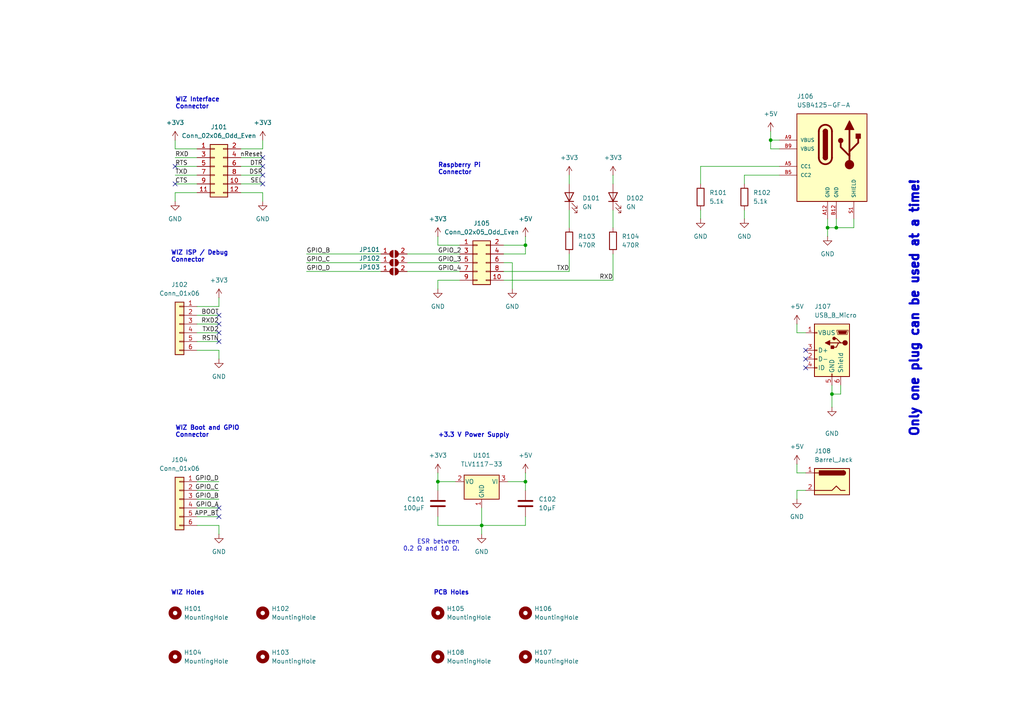
<source format=kicad_sch>
(kicad_sch (version 20231120) (generator "eeschema") (generator_version "8.0")
  (paper "A4")
  (title_block (title "Raspberry Pi UART to Ethernet Adapter") (date "2024-03-03") (rev "A") (company "ElektroNik Zoller") (comment 1 "Nikolai Zoller") (comment 4 "CERN-OHL-P"))
  (lib_symbols
    (symbol "Connector:Barrel_Jack" (pin_names (offset 1.016))
      (property "Reference" "J" (at 0 5.334 0))
      (property "Value" "Barrel_Jack" (at 0 -5.08 0))
      (symbol "Barrel_Jack_0_1"
        (rectangle (start -5.08 3.81) (end 5.08 -3.81) (stroke (width 0.254)) (fill (type background)))
        (arc (start -3.302 3.175) (mid -3.9343 2.54) (end -3.302 1.905) (stroke (width 0.254)))
        (arc (start -3.302 3.175) (mid -3.9343 2.54) (end -3.302 1.905) (stroke (width 0.254)) (fill (type outline)))
        (polyline (pts (xy 5.08 2.54) (xy 3.81 2.54)) (stroke (width 0.254)))
        (polyline (pts (xy -3.81 -2.54) (xy -2.54 -2.54) (xy -1.27 -1.27) (xy 0 -2.54) (xy 2.54 -2.54) (xy 5.08 -2.54)) (stroke (width 0.254)))
        (rectangle (start 3.683 3.175) (end -3.302 1.905) (stroke (width 0.254)) (fill (type outline)))
      )
      (symbol "Barrel_Jack_1_1"
        (pin passive line (at 7.62 2.54 180) (length 2.54) (name "~") (number "1"))
        (pin passive line (at 7.62 -2.54 180) (length 2.54) (name "~") (number "2"))
      )
    )
    (symbol "Connector:USB_B_Micro" (pin_names (offset 1.016))
      (property "Reference" "J" (at -5.08 11.43 0))
      (property "Value" "USB_B_Micro" (at -5.08 8.89 0))
      (symbol "USB_B_Micro_0_1"
        (rectangle (start -5.08 -7.62) (end 5.08 7.62) (stroke (width 0.254)) (fill (type background)))
        (circle (center -3.81 2.159) (radius 0.635) (stroke (width 0.254)) (fill (type outline)))
        (circle (center -0.635 3.429) (radius 0.381) (stroke (width 0.254)) (fill (type outline)))
        (rectangle (start -0.127 -7.62) (end 0.127 -6.858))
        (polyline (pts (xy -1.905 2.159) (xy 0.635 2.159)) (stroke (width 0.254)))
        (polyline (pts (xy -3.175 2.159) (xy -2.54 2.159) (xy -1.27 3.429) (xy -0.635 3.429)) (stroke (width 0.254)))
        (polyline (pts (xy -2.54 2.159) (xy -1.905 2.159) (xy -1.27 0.889) (xy 0 0.889)) (stroke (width 0.254)))
        (polyline (pts (xy 0.635 2.794) (xy 0.635 1.524) (xy 1.905 2.159) (xy 0.635 2.794)) (stroke (width 0.254)) (fill (type outline)))
        (polyline (pts (xy -4.318 5.588) (xy -1.778 5.588) (xy -2.032 4.826) (xy -4.064 4.826) (xy -4.318 5.588)) (fill (type outline)))
        (polyline (pts (xy -4.699 5.842) (xy -4.699 5.588) (xy -4.445 4.826) (xy -4.445 4.572) (xy -1.651 4.572) (xy -1.651 4.826) (xy -1.397 5.588) (xy -1.397 5.842) (xy -4.699 5.842)))
        (rectangle (start 0.254 1.27) (end -0.508 0.508) (stroke (width 0.254)) (fill (type outline)))
        (rectangle (start 5.08 -5.207) (end 4.318 -4.953))
        (rectangle (start 5.08 -2.667) (end 4.318 -2.413))
        (rectangle (start 5.08 -0.127) (end 4.318 0.127))
        (rectangle (start 5.08 4.953) (end 4.318 5.207))
      )
      (symbol "USB_B_Micro_1_1"
        (pin power_out line (at 7.62 5.08 180) (length 2.54) (name "VBUS") (number "1"))
        (pin bidirectional line (at 7.62 -2.54 180) (length 2.54) (name "D-") (number "2"))
        (pin bidirectional line (at 7.62 0 180) (length 2.54) (name "D+") (number "3"))
        (pin passive line (at 7.62 -5.08 180) (length 2.54) (name "ID") (number "4"))
        (pin power_out line (at 0 -10.16 90) (length 2.54) (name "GND") (number "5"))
        (pin passive line (at -2.54 -10.16 90) (length 2.54) (name "Shield") (number "6"))
      )
    )
    (symbol "Connector_Generic:Conn_01x06" (pin_names (offset 1.016) hide)
      (property "Reference" "J" (at 0 7.62 0))
      (property "Value" "Conn_01x06" (at 0 -10.16 0))
      (symbol "Conn_01x06_1_1"
        (rectangle (start -1.27 -7.493) (end 0 -7.747) (stroke (width 0.1524)))
        (rectangle (start -1.27 -4.953) (end 0 -5.207) (stroke (width 0.1524)))
        (rectangle (start -1.27 -2.413) (end 0 -2.667) (stroke (width 0.1524)))
        (rectangle (start -1.27 0.127) (end 0 -0.127) (stroke (width 0.1524)))
        (rectangle (start -1.27 2.667) (end 0 2.413) (stroke (width 0.1524)))
        (rectangle (start -1.27 5.207) (end 0 4.953) (stroke (width 0.1524)))
        (rectangle (start -1.27 6.35) (end 1.27 -8.89) (stroke (width 0.254)) (fill (type background)))
        (pin passive line (at -5.08 5.08 0) (length 3.81) (name "Pin_1") (number "1"))
        (pin passive line (at -5.08 2.54 0) (length 3.81) (name "Pin_2") (number "2"))
        (pin passive line (at -5.08 0 0) (length 3.81) (name "Pin_3") (number "3"))
        (pin passive line (at -5.08 -2.54 0) (length 3.81) (name "Pin_4") (number "4"))
        (pin passive line (at -5.08 -5.08 0) (length 3.81) (name "Pin_5") (number "5"))
        (pin passive line (at -5.08 -7.62 0) (length 3.81) (name "Pin_6") (number "6"))
      )
    )
    (symbol "Connector_Generic:Conn_02x05_Odd_Even" (pin_names (offset 1.016) hide)
      (property "Reference" "J" (at 1.27 7.62 0))
      (property "Value" "Conn_02x05_Odd_Even" (at 1.27 -7.62 0))
      (symbol "Conn_02x05_Odd_Even_1_1"
        (rectangle (start -1.27 -4.953) (end 0 -5.207) (stroke (width 0.1524)))
        (rectangle (start -1.27 -2.413) (end 0 -2.667) (stroke (width 0.1524)))
        (rectangle (start -1.27 0.127) (end 0 -0.127) (stroke (width 0.1524)))
        (rectangle (start -1.27 2.667) (end 0 2.413) (stroke (width 0.1524)))
        (rectangle (start -1.27 5.207) (end 0 4.953) (stroke (width 0.1524)))
        (rectangle (start -1.27 6.35) (end 3.81 -6.35) (stroke (width 0.254)) (fill (type background)))
        (rectangle (start 3.81 -4.953) (end 2.54 -5.207) (stroke (width 0.1524)))
        (rectangle (start 3.81 -2.413) (end 2.54 -2.667) (stroke (width 0.1524)))
        (rectangle (start 3.81 0.127) (end 2.54 -0.127) (stroke (width 0.1524)))
        (rectangle (start 3.81 2.667) (end 2.54 2.413) (stroke (width 0.1524)))
        (rectangle (start 3.81 5.207) (end 2.54 4.953) (stroke (width 0.1524)))
        (pin passive line (at -5.08 5.08 0) (length 3.81) (name "Pin_1") (number "1"))
        (pin passive line (at 7.62 -5.08 180) (length 3.81) (name "Pin_10") (number "10"))
        (pin passive line (at 7.62 5.08 180) (length 3.81) (name "Pin_2") (number "2"))
        (pin passive line (at -5.08 2.54 0) (length 3.81) (name "Pin_3") (number "3"))
        (pin passive line (at 7.62 2.54 180) (length 3.81) (name "Pin_4") (number "4"))
        (pin passive line (at -5.08 0 0) (length 3.81) (name "Pin_5") (number "5"))
        (pin passive line (at 7.62 0 180) (length 3.81) (name "Pin_6") (number "6"))
        (pin passive line (at -5.08 -2.54 0) (length 3.81) (name "Pin_7") (number "7"))
        (pin passive line (at 7.62 -2.54 180) (length 3.81) (name "Pin_8") (number "8"))
        (pin passive line (at -5.08 -5.08 0) (length 3.81) (name "Pin_9") (number "9"))
      )
    )
    (symbol "Connector_Generic:Conn_02x06_Odd_Even" (pin_names (offset 1.016) hide)
      (property "Reference" "J" (at 1.27 7.62 0))
      (property "Value" "Conn_02x06_Odd_Even" (at 1.27 -10.16 0))
      (symbol "Conn_02x06_Odd_Even_1_1"
        (rectangle (start -1.27 -7.493) (end 0 -7.747) (stroke (width 0.1524)))
        (rectangle (start -1.27 -4.953) (end 0 -5.207) (stroke (width 0.1524)))
        (rectangle (start -1.27 -2.413) (end 0 -2.667) (stroke (width 0.1524)))
        (rectangle (start -1.27 0.127) (end 0 -0.127) (stroke (width 0.1524)))
        (rectangle (start -1.27 2.667) (end 0 2.413) (stroke (width 0.1524)))
        (rectangle (start -1.27 5.207) (end 0 4.953) (stroke (width 0.1524)))
        (rectangle (start -1.27 6.35) (end 3.81 -8.89) (stroke (width 0.254)) (fill (type background)))
        (rectangle (start 3.81 -7.493) (end 2.54 -7.747) (stroke (width 0.1524)))
        (rectangle (start 3.81 -4.953) (end 2.54 -5.207) (stroke (width 0.1524)))
        (rectangle (start 3.81 -2.413) (end 2.54 -2.667) (stroke (width 0.1524)))
        (rectangle (start 3.81 0.127) (end 2.54 -0.127) (stroke (width 0.1524)))
        (rectangle (start 3.81 2.667) (end 2.54 2.413) (stroke (width 0.1524)))
        (rectangle (start 3.81 5.207) (end 2.54 4.953) (stroke (width 0.1524)))
        (pin passive line (at -5.08 5.08 0) (length 3.81) (name "Pin_1") (number "1"))
        (pin passive line (at 7.62 -5.08 180) (length 3.81) (name "Pin_10") (number "10"))
        (pin passive line (at -5.08 -7.62 0) (length 3.81) (name "Pin_11") (number "11"))
        (pin passive line (at 7.62 -7.62 180) (length 3.81) (name "Pin_12") (number "12"))
        (pin passive line (at 7.62 5.08 180) (length 3.81) (name "Pin_2") (number "2"))
        (pin passive line (at -5.08 2.54 0) (length 3.81) (name "Pin_3") (number "3"))
        (pin passive line (at 7.62 2.54 180) (length 3.81) (name "Pin_4") (number "4"))
        (pin passive line (at -5.08 0 0) (length 3.81) (name "Pin_5") (number "5"))
        (pin passive line (at 7.62 0 180) (length 3.81) (name "Pin_6") (number "6"))
        (pin passive line (at -5.08 -2.54 0) (length 3.81) (name "Pin_7") (number "7"))
        (pin passive line (at 7.62 -2.54 180) (length 3.81) (name "Pin_8") (number "8"))
        (pin passive line (at -5.08 -5.08 0) (length 3.81) (name "Pin_9") (number "9"))
      )
    )
    (symbol "Connector_User:USB4125-GF-A" (pin_names (offset 1.016))
      (property "Reference" "J" (at -10.16 16.51 0))
      (property "Value" "USB4125-GF-A" (at -10.16 16.51 0))
      (symbol "USB4125-GF-A_0_0"
        (rectangle (start -10.16 12.7) (end 10.16 -12.7) (stroke (width 0.254)) (fill (type background)))
        (pin bidirectional line (at -15.24 -2.54 0) (length 5.08) (name "CC1") (number "A5"))
        (pin bidirectional line (at -15.24 -5.08 0) (length 5.08) (name "CC2") (number "B5"))
        (pin passive line (at 6.35 -17.78 90) (length 5.08) (name "SHIELD") (number "S1"))
      )
      (symbol "USB4125-GF-A_0_1"
        (arc (start -3.81 0) (mid -1.905 -1.8967) (end 0 0) (stroke (width 0.508)))
        (arc (start -2.54 0) (mid -1.905 -0.6323) (end -1.27 0) (stroke (width 0.254)))
        (arc (start -2.54 0) (mid -1.905 -0.6323) (end -1.27 0) (stroke (width 0.254)) (fill (type outline)))
        (rectangle (start -2.54 0) (end -1.27 7.62) (stroke (width 0.254)) (fill (type outline)))
        (arc (start -1.27 7.62) (mid -1.905 8.2523) (end -2.54 7.62) (stroke (width 0.254)))
        (arc (start -1.27 7.62) (mid -1.905 8.2523) (end -2.54 7.62) (stroke (width 0.254)) (fill (type outline)))
        (polyline (pts (xy -3.81 0) (xy -3.81 7.62)) (stroke (width 0.508)))
        (polyline (pts (xy 0 7.62) (xy 0 0)) (stroke (width 0.508)))
        (polyline (pts (xy 5.08 -2.032) (xy 5.08 8.128)) (stroke (width 0.508)))
        (polyline (pts (xy 5.08 0.508) (xy 2.54 3.048) (xy 2.54 4.318)) (stroke (width 0.508)))
        (polyline (pts (xy 5.08 1.778) (xy 7.62 4.318) (xy 7.62 5.588)) (stroke (width 0.508)))
        (polyline (pts (xy 3.81 8.128) (xy 5.08 10.668) (xy 6.35 8.128) (xy 3.81 8.128)) (stroke (width 0.254)) (fill (type outline)))
        (arc (start 0 7.62) (mid -1.905 9.5167) (end -3.81 7.62) (stroke (width 0.508)))
        (circle (center 2.54 4.953) (radius 0.635) (stroke (width 0.254)) (fill (type outline)))
        (circle (center 5.08 -2.032) (radius 1.27) (fill (type outline)))
        (rectangle (start 6.985 5.588) (end 8.255 6.858) (stroke (width 0.254)) (fill (type outline)))
      )
      (symbol "USB4125-GF-A_1_0"
        (pin power_out line (at -1.27 -17.78 90) (length 5.08) (name "GND") (number "A12"))
        (pin power_out line (at -15.24 5.08 0) (length 5.08) (name "VBUS") (number "A9"))
        (pin passive line (at 1.27 -17.78 90) (length 5.08) (name "GND") (number "B12"))
        (pin passive line (at -15.24 2.54 0) (length 5.08) (name "VBUS") (number "B9"))
      )
    )
    (symbol "Device:C" (pin_numbers hide) (pin_names (offset 0.254))
      (property "Reference" "C" (at 0.635 2.54 0))
      (property "Value" "C" (at 0.635 -2.54 0))
      (symbol "C_0_1"
        (polyline (pts (xy -2.032 -0.762) (xy 2.032 -0.762)) (stroke (width 0.508)))
        (polyline (pts (xy -2.032 0.762) (xy 2.032 0.762)) (stroke (width 0.508)))
      )
      (symbol "C_1_1"
        (pin passive line (at 0 3.81 270) (length 2.794) (name "~") (number "1"))
        (pin passive line (at 0 -3.81 90) (length 2.794) (name "~") (number "2"))
      )
    )
    (symbol "Device:LED" (pin_numbers hide) (pin_names (offset 1.016) hide)
      (property "Reference" "D" (at 0 2.54 0))
      (property "Value" "LED" (at 0 -2.54 0))
      (symbol "LED_0_1"
        (polyline (pts (xy -1.27 -1.27) (xy -1.27 1.27)) (stroke (width 0.254)))
        (polyline (pts (xy -1.27 0) (xy 1.27 0)))
        (polyline (pts (xy 1.27 -1.27) (xy 1.27 1.27) (xy -1.27 0) (xy 1.27 -1.27)) (stroke (width 0.254)))
        (polyline (pts (xy -3.048 -0.762) (xy -4.572 -2.286) (xy -3.81 -2.286) (xy -4.572 -2.286) (xy -4.572 -1.524)))
        (polyline (pts (xy -1.778 -0.762) (xy -3.302 -2.286) (xy -2.54 -2.286) (xy -3.302 -2.286) (xy -3.302 -1.524)))
      )
      (symbol "LED_1_1"
        (pin passive line (at -3.81 0 0) (length 2.54) (name "K") (number "1"))
        (pin passive line (at 3.81 0 180) (length 2.54) (name "A") (number "2"))
      )
    )
    (symbol "Device:R" (pin_numbers hide) (pin_names (offset 0))
      (property "Reference" "R" (at 2.032 0 90))
      (property "Value" "R" (at 0 0 90))
      (symbol "R_0_1"
        (rectangle (start -1.016 -2.54) (end 1.016 2.54) (stroke (width 0.254)))
      )
      (symbol "R_1_1"
        (pin passive line (at 0 3.81 270) (length 1.27) (name "~") (number "1"))
        (pin passive line (at 0 -3.81 90) (length 1.27) (name "~") (number "2"))
      )
    )
    (symbol "Jumper:SolderJumper_2_Open" (pin_names (offset 0) hide)
      (property "Reference" "JP" (at 0 2.032 0))
      (property "Value" "SolderJumper_2_Open" (at 0 -2.54 0))
      (symbol "SolderJumper_2_Open_0_1"
        (arc (start -0.254 1.016) (mid -1.2656 0) (end -0.254 -1.016))
        (arc (start -0.254 1.016) (mid -1.2656 0) (end -0.254 -1.016) (fill (type outline)))
        (polyline (pts (xy -0.254 1.016) (xy -0.254 -1.016)))
        (polyline (pts (xy 0.254 1.016) (xy 0.254 -1.016)))
        (arc (start 0.254 -1.016) (mid 1.2656 0) (end 0.254 1.016))
        (arc (start 0.254 -1.016) (mid 1.2656 0) (end 0.254 1.016) (fill (type outline)))
      )
      (symbol "SolderJumper_2_Open_1_1"
        (pin passive line (at -3.81 0 0) (length 2.54) (name "A") (number "1"))
        (pin passive line (at 3.81 0 180) (length 2.54) (name "B") (number "2"))
      )
    )
    (symbol "Mechanical:MountingHole" (pin_names (offset 1.016))
      (property "Reference" "H" (at 0 5.08 0))
      (property "Value" "MountingHole" (at 0 3.175 0))
      (symbol "MountingHole_0_1"
        (circle (center 0 0) (radius 1.27) (stroke (width 1.27)))
      )
    )
    (symbol "Regulator_Linear:TLV1117-33" (pin_names (offset 0.254))
      (property "Reference" "U" (at -3.81 3.175 0))
      (property "Value" "TLV1117-33" (at 0 3.175 0))
      (symbol "TLV1117-33_0_1"
        (rectangle (start -5.08 -5.08) (end 5.08 1.905) (stroke (width 0.254)) (fill (type background)))
      )
      (symbol "TLV1117-33_1_1"
        (pin power_in line (at 0 -7.62 90) (length 2.54) (name "GND") (number "1"))
        (pin power_out line (at 7.62 0 180) (length 2.54) (name "VO") (number "2"))
        (pin power_in line (at -7.62 0 0) (length 2.54) (name "VI") (number "3"))
      )
    )
    (symbol "power:+3V3" (power) (pin_numbers hide) (pin_names (offset 0) hide)
      (property "Value" "+3V3" (at 0 3.556 0))
      (symbol "+3V3_0_1"
        (polyline (pts (xy -0.762 1.27) (xy 0 2.54)))
        (polyline (pts (xy 0 0) (xy 0 2.54)))
        (polyline (pts (xy 0 2.54) (xy 0.762 1.27)))
      )
      (symbol "+3V3_1_1"
        (pin power_in line (at 0 0 90) (length 0) (name "~") (number "1"))
      )
    )
    (symbol "power:+5V" (power) (pin_numbers hide) (pin_names (offset 0) hide)
      (property "Value" "+5V" (at 0 3.556 0))
      (symbol "+5V_0_1"
        (polyline (pts (xy -0.762 1.27) (xy 0 2.54)))
        (polyline (pts (xy 0 0) (xy 0 2.54)))
        (polyline (pts (xy 0 2.54) (xy 0.762 1.27)))
      )
      (symbol "+5V_1_1"
        (pin power_in line (at 0 0 90) (length 0) (name "~") (number "1"))
      )
    )
    (symbol "power:GND" (power) (pin_numbers hide) (pin_names (offset 0) hide)
      (property "Value" "GND" (at 0 -3.81 0))
      (symbol "GND_0_1"
        (polyline (pts (xy 0 0) (xy 0 -1.27) (xy 1.27 -1.27) (xy 0 -2.54) (xy -1.27 -1.27) (xy 0 -1.27)))
      )
      (symbol "GND_1_1"
        (pin power_in line (at 0 0 270) (length 0) (name "~") (number "1"))
      )
    )
  )
  (junction (at 152.4 139.7))
  (junction (at 242.57 66.04))
  (junction (at 240.03 66.04))
  (junction (at 139.7 152.4))
  (junction (at 152.4 71.12))
  (junction (at 241.3 114.3))
  (junction (at 127 139.7))
  (junction (at 223.52 40.64))
  (no_connect (at 76.2 50.8))
  (no_connect (at 233.68 104.14))
  (no_connect (at 76.2 48.26))
  (no_connect (at 63.5 96.52))
  (no_connect (at 233.68 101.6))
  (no_connect (at 63.5 91.44))
  (no_connect (at 63.5 99.06))
  (no_connect (at 63.5 147.32))
  (no_connect (at 50.8 53.34))
  (no_connect (at 50.8 48.26))
  (no_connect (at 63.5 93.98))
  (no_connect (at 76.2 53.34))
  (no_connect (at 76.2 45.72))
  (no_connect (at 63.5 149.86))
  (no_connect (at 233.68 106.68))
  (wire (pts (xy 148.59 76.2) (xy 146.05 76.2)))
  (wire (pts (xy 63.5 147.32) (xy 57.15 147.32)))
  (wire (pts (xy 226.06 40.64) (xy 223.52 40.64)))
  (wire (pts (xy 152.4 71.12) (xy 152.4 68.58)))
  (wire (pts (xy 177.8 60.96) (xy 177.8 66.04)))
  (wire (pts (xy 231.14 144.78) (xy 231.14 142.24)))
  (wire (pts (xy 146.05 73.66) (xy 152.4 73.66)))
  (wire (pts (xy 241.3 114.3) (xy 241.3 118.11)))
  (wire (pts (xy 203.2 48.26) (xy 226.06 48.26)))
  (wire (pts (xy 152.4 139.7) (xy 152.4 137.16)))
  (wire (pts (xy 203.2 48.26) (xy 203.2 53.34)))
  (wire (pts (xy 63.5 88.9) (xy 57.15 88.9)))
  (wire (pts (xy 50.8 40.64) (xy 50.8 43.18)))
  (wire (pts (xy 243.84 111.76) (xy 243.84 114.3)))
  (wire (pts (xy 146.05 81.28) (xy 177.8 81.28)))
  (wire (pts (xy 231.14 142.24) (xy 233.68 142.24)))
  (wire (pts (xy 203.2 60.96) (xy 203.2 63.5)))
  (wire (pts (xy 127 152.4) (xy 139.7 152.4)))
  (wire (pts (xy 76.2 40.64) (xy 76.2 43.18)))
  (wire (pts (xy 233.68 96.52) (xy 231.14 96.52)))
  (wire (pts (xy 50.8 55.88) (xy 57.15 55.88)))
  (wire (pts (xy 118.11 78.74) (xy 133.35 78.74)))
  (wire (pts (xy 242.57 66.04) (xy 247.65 66.04)))
  (wire (pts (xy 63.5 96.52) (xy 57.15 96.52)))
  (wire (pts (xy 118.11 76.2) (xy 133.35 76.2)))
  (wire (pts (xy 226.06 43.18) (xy 223.52 43.18)))
  (wire (pts (xy 240.03 66.04) (xy 242.57 66.04)))
  (wire (pts (xy 148.59 83.82) (xy 148.59 76.2)))
  (wire (pts (xy 139.7 152.4) (xy 139.7 154.94)))
  (wire (pts (xy 63.5 91.44) (xy 57.15 91.44)))
  (wire (pts (xy 118.11 73.66) (xy 133.35 73.66)))
  (wire (pts (xy 57.15 149.86) (xy 63.5 149.86)))
  (wire (pts (xy 63.5 101.6) (xy 63.5 104.14)))
  (wire (pts (xy 215.9 50.8) (xy 215.9 53.34)))
  (wire (pts (xy 165.1 73.66) (xy 165.1 78.74)))
  (wire (pts (xy 50.8 43.18) (xy 57.15 43.18)))
  (wire (pts (xy 147.32 139.7) (xy 152.4 139.7)))
  (wire (pts (xy 146.05 78.74) (xy 165.1 78.74)))
  (wire (pts (xy 63.5 144.78) (xy 57.15 144.78)))
  (wire (pts (xy 146.05 71.12) (xy 152.4 71.12)))
  (wire (pts (xy 57.15 101.6) (xy 63.5 101.6)))
  (wire (pts (xy 127 139.7) (xy 132.08 139.7)))
  (wire (pts (xy 177.8 50.8) (xy 177.8 53.34)))
  (wire (pts (xy 133.35 81.28) (xy 127 81.28)))
  (wire (pts (xy 76.2 50.8) (xy 69.85 50.8)))
  (wire (pts (xy 247.65 63.5) (xy 247.65 66.04)))
  (wire (pts (xy 240.03 63.5) (xy 240.03 66.04)))
  (wire (pts (xy 226.06 50.8) (xy 215.9 50.8)))
  (wire (pts (xy 63.5 142.24) (xy 57.15 142.24)))
  (wire (pts (xy 223.52 43.18) (xy 223.52 40.64)))
  (wire (pts (xy 241.3 111.76) (xy 241.3 114.3)))
  (wire (pts (xy 127 68.58) (xy 127 71.12)))
  (wire (pts (xy 76.2 45.72) (xy 69.85 45.72)))
  (wire (pts (xy 165.1 60.96) (xy 165.1 66.04)))
  (wire (pts (xy 152.4 139.7) (xy 152.4 142.24)))
  (wire (pts (xy 127 149.86) (xy 127 152.4)))
  (wire (pts (xy 215.9 60.96) (xy 215.9 63.5)))
  (wire (pts (xy 152.4 73.66) (xy 152.4 71.12)))
  (wire (pts (xy 127 81.28) (xy 127 83.82)))
  (wire (pts (xy 88.9 73.66) (xy 110.49 73.66)))
  (wire (pts (xy 88.9 78.74) (xy 110.49 78.74)))
  (wire (pts (xy 127 139.7) (xy 127 142.24)))
  (wire (pts (xy 63.5 139.7) (xy 57.15 139.7)))
  (wire (pts (xy 152.4 149.86) (xy 152.4 152.4)))
  (wire (pts (xy 127 137.16) (xy 127 139.7)))
  (wire (pts (xy 50.8 53.34) (xy 57.15 53.34)))
  (wire (pts (xy 69.85 48.26) (xy 76.2 48.26)))
  (wire (pts (xy 50.8 48.26) (xy 57.15 48.26)))
  (wire (pts (xy 88.9 76.2) (xy 110.49 76.2)))
  (wire (pts (xy 63.5 99.06) (xy 57.15 99.06)))
  (wire (pts (xy 63.5 93.98) (xy 57.15 93.98)))
  (wire (pts (xy 231.14 134.62) (xy 231.14 137.16)))
  (wire (pts (xy 165.1 50.8) (xy 165.1 53.34)))
  (wire (pts (xy 242.57 63.5) (xy 242.57 66.04)))
  (wire (pts (xy 69.85 55.88) (xy 76.2 55.88)))
  (wire (pts (xy 177.8 81.28) (xy 177.8 73.66)))
  (wire (pts (xy 139.7 147.32) (xy 139.7 152.4)))
  (wire (pts (xy 152.4 152.4) (xy 139.7 152.4)))
  (wire (pts (xy 243.84 114.3) (xy 241.3 114.3)))
  (wire (pts (xy 63.5 86.36) (xy 63.5 88.9)))
  (wire (pts (xy 76.2 55.88) (xy 76.2 58.42)))
  (wire (pts (xy 76.2 43.18) (xy 69.85 43.18)))
  (wire (pts (xy 240.03 68.58) (xy 240.03 66.04)))
  (wire (pts (xy 231.14 96.52) (xy 231.14 93.98)))
  (wire (pts (xy 127 71.12) (xy 133.35 71.12)))
  (wire (pts (xy 76.2 53.34) (xy 69.85 53.34)))
  (wire (pts (xy 57.15 152.4) (xy 63.5 152.4)))
  (wire (pts (xy 223.52 38.1) (xy 223.52 40.64)))
  (wire (pts (xy 50.8 50.8) (xy 57.15 50.8)))
  (wire (pts (xy 50.8 58.42) (xy 50.8 55.88)))
  (wire (pts (xy 63.5 152.4) (xy 63.5 154.94)))
  (wire (pts (xy 231.14 137.16) (xy 233.68 137.16)))
  (wire (pts (xy 50.8 45.72) (xy 57.15 45.72)))
  (text "+3.3 V Power Supply" (at 127 127 0) (effects (font (size 1.27 1.27) (thickness 0.254) (bold yes)) (justify left bottom)))
  (text "WIZ Boot and GPIO\nConnector" (at 50.8 127 0) (effects (font (size 1.27 1.27) (thickness 0.254) (bold yes)) (justify left bottom)))
  (text "ESR between\n0.2 Ω and 10 Ω." (at 133.35 160.02 0) (effects (font (size 1.27 1.27)) (justify right bottom)))
  (text "Only one plug can be used at a time!" (at 266.7 127 90) (effects (font (size 2.54 2.54) (thickness 1.016) (bold yes)) (justify left bottom)))
  (text "WIZ ISP / Debug\nConnector" (at 49.53 76.2 0) (effects (font (size 1.27 1.27) (thickness 0.254) (bold yes)) (justify left bottom)))
  (text "Raspberry Pi\nConnector" (at 127 50.8 0) (effects (font (size 1.27 1.27) (thickness 0.254) (bold yes)) (justify left bottom)))
  (text "WIZ Holes" (at 49.53 172.72 0) (effects (font (size 1.27 1.27) (thickness 0.254) (bold yes)) (justify left bottom)))
  (text "PCB Holes" (at 125.73 172.72 0) (effects (font (size 1.27 1.27) (thickness 0.254) (bold yes)) (justify left bottom)))
  (text "WIZ Interface\nConnector" (at 50.8 31.75 0) (effects (font (size 1.27 1.27) (thickness 0.254) (bold yes)) (justify left bottom)))
  (label "GPIO_2" (at 127 73.66 0))
  (label "GPIO_D" (at 88.9 78.74 0))
  (label "RTS" (at 50.8 48.26 0))
  (label "CTS" (at 50.8 53.34 0))
  (label "RXD2" (at 63.5 93.98 180))
  (label "GPIO_4" (at 127 78.74 0))
  (label "nReset" (at 76.2 45.72 180))
  (label "GPIO_3" (at 127 76.2 0))
  (label "TXD" (at 165.1 78.74 180))
  (label "RSTN" (at 63.5 99.06 180))
  (label "GPIO_C" (at 63.5 142.24 180))
  (label "APP_BT" (at 63.5 149.86 180))
  (label "GPIO_A" (at 63.5 147.32 180))
  (label "TXD2" (at 63.5 96.52 180))
  (label "RXD" (at 177.8 81.28 180))
  (label "DSR" (at 76.2 50.8 180))
  (label "RXD" (at 50.8 45.72 0))
  (label "GPIO_C" (at 88.9 76.2 0))
  (label "GPIO_D" (at 63.5 139.7 180))
  (label "TXD" (at 50.8 50.8 0))
  (label "GPIO_B" (at 88.9 73.66 0))
  (label "BOOT" (at 63.5 91.44 180))
  (label "DTR" (at 76.2 48.26 180))
  (label "GPIO_B" (at 63.5 144.78 180))
  (label "SEL" (at 76.2 53.34 180))
  (symbol (lib_id "power:+5V") (at 152.4 137.16 0) (unit 1)
    (property "Reference" "#PWR0121" (effects (hide yes)))
    (property "Value" "+5V" (at 152.4 132.08 0))
    (property "Description" "Power symbol creates a global label with name \"+5V\"" (effects (hide yes)))
  )
  (symbol (lib_id "power:+3V3") (at 177.8 50.8 0) (unit 1)
    (property "Reference" "#PWR0116" (effects (hide yes)))
    (property "Value" "+3V3" (at 177.8 45.72 0))
    (property "Description" "Power symbol creates a global label with name \"+3V3\"" (effects (hide yes)))
  )
  (symbol (lib_id "Jumper:SolderJumper_2_Open") (at 114.3 73.66 0) (unit 1)
    (property "Reference" "JP101" (at 104.14 72.39 0) (effects (justify left)))
    (property "Value" "SolderJumper_2_Open" (effects (hide yes)))
    (property "Footprint" "Jumper:SolderJumper-2_P1.3mm_Open_TrianglePad1.0x1.5mm" (effects (hide yes)))
    (property "Description" "Solder Jumper, 2-pole, open" (effects (hide yes)))
    (property "Manufacturer Part No." "-" (effects (hide yes)))
    (property "Vendor" "-" (effects (hide yes)))
    (property "Vendor Part No." "-" (effects (hide yes)))
  )
  (symbol (lib_id "Mechanical:MountingHole") (at 152.4 177.8 0) (unit 1)
    (property "Reference" "H106" (at 154.94 176.53 0) (effects (justify left)))
    (property "Value" "MountingHole" (at 154.94 179.07 0) (effects (justify left)))
    (property "Footprint" "MountingHole:MountingHole_3.2mm_M3_DIN965" (effects (hide yes)))
    (property "Description" "Mounting Hole without connection" (effects (hide yes)))
  )
  (symbol (lib_id "Device:LED") (at 177.8 57.15 90) (unit 1)
    (property "Reference" "D102" (at 181.61 57.4675 90) (effects (justify right)))
    (property "Value" "GN" (at 181.61 60.0075 90) (effects (justify right)))
    (property "Footprint" "LED_SMD:LED_0805_2012Metric_Pad1.15x1.40mm_HandSolder" (effects (hide yes)))
    (property "Description" "Light emitting diode" (effects (hide yes)))
    (property "Manufacturer Part No." "LTST-C171GKT" (effects (hide yes)))
    (property "Vendor" "Digikey" (effects (hide yes)))
    (property "Vendor Part No." "160-1423-1-ND" (effects (hide yes)))
  )
  (symbol (lib_id "Device:C") (at 127 146.05 0) (mirror y) (unit 1)
    (property "Reference" "C101" (at 123.19 144.7799 0) (effects (justify left)))
    (property "Value" "100µF" (at 123.19 147.3199 0) (effects (justify left)))
    (property "Footprint" "Capacitor_SMD:C_0805_2012Metric_Pad1.18x1.45mm_HandSolder" (effects (hide yes)))
    (property "Description" "Unpolarized capacitor" (effects (hide yes)))
    (property "Manufacturer Part No." "CL21A107MQYNNWE" (effects (hide yes)))
    (property "Vendor" "Digikey" (effects (hide yes)))
    (property "Vendor Part No." "1276-CL21A107MQYNNWECT-ND" (effects (hide yes)))
  )
  (symbol (lib_id "Mechanical:MountingHole") (at 152.4 190.5 0) (unit 1)
    (property "Reference" "H107" (at 154.94 189.23 0) (effects (justify left)))
    (property "Value" "MountingHole" (at 154.94 191.77 0) (effects (justify left)))
    (property "Footprint" "MountingHole:MountingHole_3.2mm_M3_DIN965" (effects (hide yes)))
    (property "Description" "Mounting Hole without connection" (effects (hide yes)))
  )
  (symbol (lib_id "power:+5V") (at 231.14 134.62 0) (unit 1)
    (property "Reference" "#PWR0119" (effects (hide yes)))
    (property "Value" "+5V" (at 231.14 129.54 0))
    (property "Description" "Power symbol creates a global label with name \"+5V\"" (effects (hide yes)))
  )
  (symbol (lib_id "Connector_Generic:Conn_01x06") (at 52.07 144.78 0) (mirror y) (unit 1)
    (property "Reference" "J104" (at 52.07 133.35 0))
    (property "Value" "Conn_01x06" (at 52.07 135.89 0))
    (property "Footprint" "Connector_PinSocket_2.54mm:PinSocket_1x06_P2.54mm_Vertical" (effects (hide yes)))
    (property "Description" "Generic connector, single row, 01x06, script generated (kicad-library-utils/schlib/autogen/connector/)" (effects (hide yes)))
    (property "Manufacturer Part No." "RS1-06-G" (effects (hide yes)))
    (property "Vendor" "Digikey" (effects (hide yes)))
    (property "Vendor Part No." "2057-RS1-06-G-ND" (effects (hide yes)))
  )
  (symbol (lib_id "Jumper:SolderJumper_2_Open") (at 114.3 78.74 0) (unit 1)
    (property "Reference" "JP103" (at 104.14 77.47 0) (effects (justify left)))
    (property "Value" "SolderJumper_2_Open" (effects (hide yes)))
    (property "Footprint" "Jumper:SolderJumper-2_P1.3mm_Open_TrianglePad1.0x1.5mm" (effects (hide yes)))
    (property "Description" "Solder Jumper, 2-pole, open" (effects (hide yes)))
    (property "Manufacturer Part No." "-" (effects (hide yes)))
    (property "Vendor" "-" (effects (hide yes)))
    (property "Vendor Part No." "-" (effects (hide yes)))
  )
  (symbol (lib_id "power:GND") (at 139.7 154.94 0) (unit 1)
    (property "Reference" "#PWR0124" (effects (hide yes)))
    (property "Value" "GND" (at 139.7 160.02 0))
    (property "Description" "Power symbol creates a global label with name \"GND\" , ground" (effects (hide yes)))
  )
  (symbol (lib_id "Device:LED") (at 165.1 57.15 90) (unit 1)
    (property "Reference" "D101" (at 168.91 57.4675 90) (effects (justify right)))
    (property "Value" "GN" (at 168.91 60.0075 90) (effects (justify right)))
    (property "Footprint" "LED_SMD:LED_0805_2012Metric_Pad1.15x1.40mm_HandSolder" (effects (hide yes)))
    (property "Description" "Light emitting diode" (effects (hide yes)))
    (property "Manufacturer Part No." "LTST-C171GKT" (effects (hide yes)))
    (property "Vendor" "Digikey" (effects (hide yes)))
    (property "Vendor Part No." "160-1423-1-ND" (effects (hide yes)))
  )
  (symbol (lib_id "Jumper:SolderJumper_2_Open") (at 114.3 76.2 0) (unit 1)
    (property "Reference" "JP102" (at 104.14 74.93 0) (effects (justify left)))
    (property "Value" "SolderJumper_2_Open" (effects (hide yes)))
    (property "Footprint" "Jumper:SolderJumper-2_P1.3mm_Open_TrianglePad1.0x1.5mm" (effects (hide yes)))
    (property "Description" "Solder Jumper, 2-pole, open" (effects (hide yes)))
    (property "Manufacturer Part No." "-" (effects (hide yes)))
    (property "Vendor" "-" (effects (hide yes)))
    (property "Vendor Part No." "-" (effects (hide yes)))
  )
  (symbol (lib_id "Connector:Barrel_Jack") (at 241.3 139.7 0) (mirror y) (unit 1)
    (property "Reference" "J108" (at 236.22 130.81 0) (effects (justify right)))
    (property "Value" "Barrel_Jack" (at 236.22 133.35 0) (effects (justify right)))
    (property "Footprint" "Connector_User:CUI_PJ-037A_Board-Edge" (effects (hide yes)))
    (property "Description" "DC Barrel Jack" (effects (hide yes)))
    (property "Manufacturer Part No." "PJ-037A" (effects (hide yes)))
    (property "Vendor" "Digikey" (effects (hide yes)))
    (property "Vendor Part No." "CP-037A-ND" (effects (hide yes)))
  )
  (symbol (lib_id "Device:R") (at 203.2 57.15 0) (unit 1)
    (property "Reference" "R101" (at 205.74 55.8799 0) (effects (justify left)))
    (property "Value" "5.1k" (at 205.74 58.4199 0) (effects (justify left)))
    (property "Footprint" "Resistor_SMD:R_0805_2012Metric_Pad1.20x1.40mm_HandSolder" (effects (hide yes)))
    (property "Description" "Resistor" (effects (hide yes)))
    (property "Manufacturer Part No." "RC0805FR-075K1L" (effects (hide yes)))
    (property "Vendor" "Digikey" (effects (hide yes)))
    (property "Vendor Part No." "311-5.10KCRCT-ND" (effects (hide yes)))
  )
  (symbol (lib_id "Device:R") (at 215.9 57.15 0) (unit 1)
    (property "Reference" "R102" (at 218.44 55.8799 0) (effects (justify left)))
    (property "Value" "5.1k" (at 218.44 58.4199 0) (effects (justify left)))
    (property "Footprint" "Resistor_SMD:R_0805_2012Metric_Pad1.20x1.40mm_HandSolder" (effects (hide yes)))
    (property "Description" "Resistor" (effects (hide yes)))
    (property "Manufacturer Part No." "RC0805FR-075K1L" (effects (hide yes)))
    (property "Vendor" "Digikey" (effects (hide yes)))
    (property "Vendor Part No." "311-5.10KCRCT-ND" (effects (hide yes)))
  )
  (symbol (lib_id "power:GND") (at 76.2 58.42 0) (unit 1)
    (property "Reference" "#PWR0107" (effects (hide yes)))
    (property "Value" "GND" (at 76.2 63.5 0))
    (property "Description" "Power symbol creates a global label with name \"GND\" , ground" (effects (hide yes)))
  )
  (symbol (lib_id "power:+3V3") (at 127 68.58 0) (unit 1)
    (property "Reference" "#PWR0104" (effects (hide yes)))
    (property "Value" "+3V3" (at 127 63.5 0))
    (property "Description" "Power symbol creates a global label with name \"+3V3\"" (effects (hide yes)))
  )
  (symbol (lib_id "Mechanical:MountingHole") (at 127 177.8 0) (unit 1)
    (property "Reference" "H105" (at 129.54 176.53 0) (effects (justify left)))
    (property "Value" "MountingHole" (at 129.54 179.07 0) (effects (justify left)))
    (property "Footprint" "MountingHole:MountingHole_3.2mm_M3_DIN965" (effects (hide yes)))
    (property "Description" "Mounting Hole without connection" (effects (hide yes)))
  )
  (symbol (lib_id "power:+3V3") (at 63.5 86.36 0) (unit 1)
    (property "Reference" "#PWR0113" (effects (hide yes)))
    (property "Value" "+3V3" (at 63.5 81.28 0))
    (property "Description" "Power symbol creates a global label with name \"+3V3\"" (effects (hide yes)))
  )
  (symbol (lib_id "power:GND") (at 241.3 118.11 0) (unit 1)
    (property "Reference" "#PWR0118" (effects (hide yes)))
    (property "Value" "GND" (at 241.3 125.73 0))
    (property "Description" "Power symbol creates a global label with name \"GND\" , ground" (effects (hide yes)))
  )
  (symbol (lib_id "power:GND") (at 240.03 68.58 0) (unit 1)
    (property "Reference" "#PWR0112" (effects (hide yes)))
    (property "Value" "GND" (at 240.03 73.66 0))
    (property "Description" "Power symbol creates a global label with name \"GND\" , ground" (effects (hide yes)))
  )
  (symbol (lib_id "power:+3V3") (at 76.2 40.64 0) (unit 1)
    (property "Reference" "#PWR0103" (effects (hide yes)))
    (property "Value" "+3V3" (at 76.2 35.56 0))
    (property "Description" "Power symbol creates a global label with name \"+3V3\"" (effects (hide yes)))
  )
  (symbol (lib_id "Mechanical:MountingHole") (at 127 190.5 0) (unit 1)
    (property "Reference" "H108" (at 129.54 189.23 0) (effects (justify left)))
    (property "Value" "MountingHole" (at 129.54 191.77 0) (effects (justify left)))
    (property "Footprint" "MountingHole:MountingHole_3.2mm_M3_DIN965" (effects (hide yes)))
    (property "Description" "Mounting Hole without connection" (effects (hide yes)))
  )
  (symbol (lib_id "Mechanical:MountingHole") (at 50.8 177.8 0) (unit 1)
    (property "Reference" "H101" (at 53.34 176.53 0) (effects (justify left)))
    (property "Value" "MountingHole" (at 53.34 179.07 0) (effects (justify left)))
    (property "Footprint" "MountingHole:MountingHole_2.7mm_M2.5_DIN965" (effects (hide yes)))
    (property "Description" "Mounting Hole without connection" (effects (hide yes)))
  )
  (symbol (lib_id "power:+5V") (at 223.52 38.1 0) (unit 1)
    (property "Reference" "#PWR0101" (effects (hide yes)))
    (property "Value" "+5V" (at 223.52 33.02 0))
    (property "Description" "Power symbol creates a global label with name \"+5V\"" (effects (hide yes)))
  )
  (symbol (lib_id "power:+3V3") (at 50.8 40.64 0) (unit 1)
    (property "Reference" "#PWR0102" (effects (hide yes)))
    (property "Value" "+3V3" (at 50.8 35.56 0))
    (property "Description" "Power symbol creates a global label with name \"+3V3\"" (effects (hide yes)))
  )
  (symbol (lib_id "power:GND") (at 231.14 144.78 0) (unit 1)
    (property "Reference" "#PWR0122" (effects (hide yes)))
    (property "Value" "GND" (at 231.14 149.86 0))
    (property "Description" "Power symbol creates a global label with name \"GND\" , ground" (effects (hide yes)))
  )
  (symbol (lib_id "Device:R") (at 177.8 69.85 0) (unit 1)
    (property "Reference" "R104" (at 180.34 68.58 0) (effects (justify left)))
    (property "Value" "470R" (at 180.34 71.12 0) (effects (justify left)))
    (property "Footprint" "Resistor_SMD:R_0805_2012Metric_Pad1.20x1.40mm_HandSolder" (effects (hide yes)))
    (property "Description" "Resistor" (effects (hide yes)))
    (property "Manufacturer Part No." "RC0805FR-07470RL" (effects (hide yes)))
    (property "Vendor" "Digikey" (effects (hide yes)))
    (property "Vendor Part No." "311-470CRCT-ND" (effects (hide yes)))
  )
  (symbol (lib_id "Connector_Generic:Conn_02x06_Odd_Even") (at 62.23 48.26 0) (unit 1)
    (property "Reference" "J101" (at 63.5 36.83 0))
    (property "Value" "Conn_02x06_Odd_Even" (at 63.5 39.37 0))
    (property "Footprint" "Connector_PinSocket_2.54mm:PinSocket_2x06_P2.54mm_Vertical" (effects (hide yes)))
    (property "Description" "Generic connector, double row, 02x06, odd/even pin numbering scheme (row 1 odd numbers, row 2 even numbers), script generated (kicad-library-utils/schlib/autogen/connector/)" (effects (hide yes)))
    (property "Manufacturer Part No." "RS2-12-G" (effects (hide yes)))
    (property "Vendor" "Digikey" (effects (hide yes)))
    (property "Vendor Part No." "2057-RS2-12-G-ND" (effects (hide yes)))
  )
  (symbol (lib_id "power:+3V3") (at 127 137.16 0) (unit 1)
    (property "Reference" "#PWR0120" (effects (hide yes)))
    (property "Value" "+3V3" (at 127 132.08 0))
    (property "Description" "Power symbol creates a global label with name \"+3V3\"" (effects (hide yes)))
  )
  (symbol (lib_id "power:GND") (at 50.8 58.42 0) (unit 1)
    (property "Reference" "#PWR0106" (effects (hide yes)))
    (property "Value" "GND" (at 50.8 63.5 0))
    (property "Description" "Power symbol creates a global label with name \"GND\" , ground" (effects (hide yes)))
  )
  (symbol (lib_id "power:+5V") (at 152.4 68.58 0) (unit 1)
    (property "Reference" "#PWR0105" (effects (hide yes)))
    (property "Value" "+5V" (at 152.4 63.5 0))
    (property "Description" "Power symbol creates a global label with name \"+5V\"" (effects (hide yes)))
  )
  (symbol (lib_id "Mechanical:MountingHole") (at 76.2 177.8 0) (unit 1)
    (property "Reference" "H102" (at 78.74 176.53 0) (effects (justify left)))
    (property "Value" "MountingHole" (at 78.74 179.07 0) (effects (justify left)))
    (property "Footprint" "MountingHole:MountingHole_2.7mm_M2.5_DIN965" (effects (hide yes)))
    (property "Description" "Mounting Hole without connection" (effects (hide yes)))
  )
  (symbol (lib_id "Connector:USB_B_Micro") (at 241.3 101.6 0) (mirror y) (unit 1)
    (property "Reference" "J107" (at 236.22 88.9 0) (effects (justify right)))
    (property "Value" "USB_B_Micro" (at 236.22 91.44 0) (effects (justify right)))
    (property "Footprint" "Connector_USB:USB_Micro-B_Amphenol_10118194_Horizontal" (effects (hide yes)))
    (property "Description" "USB Micro Type B connector" (effects (hide yes)))
    (property "Manufacturer Part No." "10118194-0001LF" (effects (hide yes)))
    (property "Vendor" "Digikey" (effects (hide yes)))
    (property "Vendor Part No." "609-4618-1-ND" (effects (hide yes)))
  )
  (symbol (lib_id "power:+5V") (at 231.14 93.98 0) (unit 1)
    (property "Reference" "#PWR0114" (effects (hide yes)))
    (property "Value" "+5V" (at 231.14 88.9 0))
    (property "Description" "Power symbol creates a global label with name \"+5V\"" (effects (hide yes)))
  )
  (symbol (lib_id "power:GND") (at 63.5 154.94 0) (unit 1)
    (property "Reference" "#PWR0123" (effects (hide yes)))
    (property "Value" "GND" (at 63.5 160.02 0))
    (property "Description" "Power symbol creates a global label with name \"GND\" , ground" (effects (hide yes)))
  )
  (symbol (lib_id "power:GND") (at 148.59 83.82 0) (unit 1)
    (property "Reference" "#PWR0108" (effects (hide yes)))
    (property "Value" "GND" (at 148.59 88.9 0))
    (property "Description" "Power symbol creates a global label with name \"GND\" , ground" (effects (hide yes)))
  )
  (symbol (lib_id "Mechanical:MountingHole") (at 76.2 190.5 0) (unit 1)
    (property "Reference" "H103" (at 78.74 189.23 0) (effects (justify left)))
    (property "Value" "MountingHole" (at 78.74 191.77 0) (effects (justify left)))
    (property "Footprint" "MountingHole:MountingHole_2.7mm_M2.5_DIN965" (effects (hide yes)))
    (property "Description" "Mounting Hole without connection" (effects (hide yes)))
  )
  (symbol (lib_id "Connector_User:USB4125-GF-A") (at 241.3 45.72 0) (unit 1)
    (property "Reference" "J106" (at 231.14 27.94 0) (effects (justify left)))
    (property "Value" "USB4125-GF-A" (at 231.14 30.48 0) (effects (justify left)))
    (property "Footprint" "Connectors_User:GCT_USB4125-GF-A" (effects (hide yes)))
    (property "Manufacturer Part No." "USB4125-GF-A" (effects (hide yes)))
    (property "Vendor" "Digikey" (effects (hide yes)))
    (property "Vendor Part No." "2073-USB4125-GF-ACT-ND" (effects (hide yes)))
  )
  (symbol (lib_id "power:GND") (at 63.5 104.14 0) (unit 1)
    (property "Reference" "#PWR0117" (effects (hide yes)))
    (property "Value" "GND" (at 63.5 109.22 0))
    (property "Description" "Power symbol creates a global label with name \"GND\" , ground" (effects (hide yes)))
  )
  (symbol (lib_id "power:GND") (at 215.9 63.5 0) (unit 1)
    (property "Reference" "#PWR0110" (effects (hide yes)))
    (property "Value" "GND" (at 215.9 68.58 0))
    (property "Description" "Power symbol creates a global label with name \"GND\" , ground" (effects (hide yes)))
  )
  (symbol (lib_id "Regulator_Linear:TLV1117-33") (at 139.7 139.7 0) (mirror y) (unit 1)
    (property "Reference" "U101" (at 139.7 132.08 0))
    (property "Value" "TLV1117-33" (at 139.7 134.62 0))
    (property "Footprint" "Package_TO_SOT_SMD:SOT-223-3_TabPin2" (effects (hide yes)))
    (property "Datasheet" "http://www.ti.com/lit/ds/symlink/tlv1117.pdf" (effects (hide yes)))
    (property "Description" "800mA Low-Dropout Linear Regulator, 3.3V fixed output, TO-220/TO-252/TO-263/SOT-223" (effects (hide yes)))
    (property "Manufacturer Part No." "TLV1117-33CDCYR" (effects (hide yes)))
    (property "Vendor" "Digikey" (effects (hide yes)))
    (property "Vendor Part No." "296-21112-1-ND" (effects (hide yes)))
  )
  (symbol (lib_id "power:GND") (at 127 83.82 0) (unit 1)
    (property "Reference" "#PWR0111" (effects (hide yes)))
    (property "Value" "GND" (at 127 88.9 0))
    (property "Description" "Power symbol creates a global label with name \"GND\" , ground" (effects (hide yes)))
  )
  (symbol (lib_id "Device:C") (at 152.4 146.05 0) (unit 1)
    (property "Reference" "C102" (at 156.21 144.78 0) (effects (justify left)))
    (property "Value" "10µF" (at 156.21 147.32 0) (effects (justify left)))
    (property "Footprint" "Capacitor_SMD:C_0805_2012Metric_Pad1.18x1.45mm_HandSolder" (effects (hide yes)))
    (property "Description" "Unpolarized capacitor" (effects (hide yes)))
    (property "Manufacturer Part No." "CL21A106KOQNNNE" (effects (hide yes)))
    (property "Vendor" "Digikey" (effects (hide yes)))
    (property "Vendor Part No." "1276-1096-1-ND" (effects (hide yes)))
  )
  (symbol (lib_id "Mechanical:MountingHole") (at 50.8 190.5 0) (unit 1)
    (property "Reference" "H104" (at 53.34 189.23 0) (effects (justify left)))
    (property "Value" "MountingHole" (at 53.34 191.77 0) (effects (justify left)))
    (property "Footprint" "MountingHole:MountingHole_2.7mm_M2.5_DIN965" (effects (hide yes)))
    (property "Description" "Mounting Hole without connection" (effects (hide yes)))
  )
  (symbol (lib_id "power:+3V3") (at 165.1 50.8 0) (unit 1)
    (property "Reference" "#PWR0115" (effects (hide yes)))
    (property "Value" "+3V3" (at 165.1 45.72 0))
    (property "Description" "Power symbol creates a global label with name \"+3V3\"" (effects (hide yes)))
  )
  (symbol (lib_id "power:GND") (at 203.2 63.5 0) (unit 1)
    (property "Reference" "#PWR0109" (effects (hide yes)))
    (property "Value" "GND" (at 203.2 68.58 0))
    (property "Description" "Power symbol creates a global label with name \"GND\" , ground" (effects (hide yes)))
  )
  (symbol (lib_id "Connector_Generic:Conn_02x05_Odd_Even") (at 138.43 76.2 0) (unit 1)
    (property "Reference" "J105" (at 139.7 64.77 0))
    (property "Value" "Conn_02x05_Odd_Even" (at 139.7 67.31 0))
    (property "Footprint" "Connector_PinHeader_2.54mm:PinHeader_2x05_P2.54mm_Vertical" (effects (hide yes)))
    (property "Description" "Generic connector, double row, 02x05, odd/even pin numbering scheme (row 1 odd numbers, row 2 even numbers), script generated (kicad-library-utils/schlib/autogen/connector/)" (effects (hide yes)))
    (property "Manufacturer Part No." "RS2-10-G" (effects (hide yes)))
    (property "Vendor" "Digikey" (effects (hide yes)))
    (property "Vendor Part No." "2057-RS2-10-G-ND" (effects (hide yes)))
  )
  (symbol (lib_id "Device:R") (at 165.1 69.85 0) (unit 1)
    (property "Reference" "R103" (at 167.64 68.58 0) (effects (justify left)))
    (property "Value" "470R" (at 167.64 71.12 0) (effects (justify left)))
    (property "Footprint" "Resistor_SMD:R_0805_2012Metric_Pad1.20x1.40mm_HandSolder" (effects (hide yes)))
    (property "Description" "Resistor" (effects (hide yes)))
    (property "Manufacturer Part No." "RC0805FR-07470RL" (effects (hide yes)))
    (property "Vendor" "Digikey" (effects (hide yes)))
    (property "Vendor Part No." "311-470CRCT-ND" (effects (hide yes)))
  )
  (symbol (lib_id "Connector_Generic:Conn_01x06") (at 52.07 93.98 0) (mirror y) (unit 1)
    (property "Reference" "J102" (at 52.07 82.55 0))
    (property "Value" "Conn_01x06" (at 52.07 85.09 0))
    (property "Footprint" "Connector_PinSocket_2.54mm:PinSocket_1x06_P2.54mm_Vertical" (effects (hide yes)))
    (property "Description" "Generic connector, single row, 01x06, script generated (kicad-library-utils/schlib/autogen/connector/)" (effects (hide yes)))
    (property "Manufacturer Part No." "RS1-06-G" (effects (hide yes)))
    (property "Vendor" "Digikey" (effects (hide yes)))
    (property "Vendor Part No." "2057-RS1-06-G-ND" (effects (hide yes)))
  )
)
</source>
